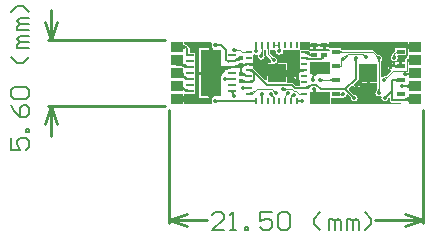
<source format=gtl>
%FSLAX42Y42*%
%MOMM*%
G71*
G01*
G75*
G04 Layer_Physical_Order=1*
G04 Layer_Color=255*
%ADD10C,0.11*%
%ADD11C,0.17*%
%ADD12C,0.14*%
%ADD13C,0.20*%
%ADD14R,1.00X0.82*%
%ADD15R,0.60X0.40*%
%ADD16R,1.70X1.00*%
%ADD17R,0.25X0.50*%
%ADD18R,0.50X0.25*%
%ADD19R,1.50X1.50*%
%ADD20R,0.40X0.40*%
%ADD21R,1.80X4.00*%
%ADD22R,0.70X0.28*%
%ADD23R,0.70X0.40*%
%ADD24C,0.25*%
%ADD25C,0.15*%
%ADD26C,0.35*%
G36*
X5429Y8426D02*
X5427Y8423D01*
X5425Y8412D01*
X5427Y8402D01*
X5431Y8396D01*
X5425Y8385D01*
X5433D01*
Y8175D01*
Y7965D01*
X5425D01*
X5431Y7954D01*
X5427Y7948D01*
X5425Y7938D01*
X5427Y7927D01*
X5429Y7924D01*
X5423Y7913D01*
X5195D01*
Y7942D01*
X5135D01*
Y7968D01*
X5195D01*
Y8001D01*
X5285D01*
Y8049D01*
D01*
Y8049D01*
X5285Y8049D01*
Y8051D01*
X5285D01*
Y8099D01*
D01*
Y8099D01*
X5285Y8099D01*
Y8101D01*
X5285D01*
Y8149D01*
D01*
Y8149D01*
X5285Y8149D01*
Y8151D01*
X5285D01*
Y8199D01*
D01*
Y8199D01*
X5285Y8199D01*
Y8201D01*
X5285D01*
Y8249D01*
D01*
Y8249D01*
X5285Y8249D01*
Y8251D01*
X5285D01*
Y8299D01*
D01*
Y8299D01*
X5285Y8299D01*
Y8301D01*
X5285D01*
Y8349D01*
X5240D01*
Y8382D01*
X5240Y8382D01*
X5239Y8390D01*
X5234Y8397D01*
X5234Y8397D01*
X5221Y8409D01*
X5215Y8414D01*
X5207Y8415D01*
X5207D01*
Y8416D01*
X5196Y8418D01*
X5195Y8419D01*
Y8437D01*
X5423D01*
X5429Y8426D01*
D02*
G37*
G36*
X6763Y8090D02*
X6828D01*
Y8043D01*
X6827D01*
X6825Y8034D01*
X6820Y8026D01*
X6820Y8026D01*
X6814Y8017D01*
X6812Y8006D01*
X6814Y7995D01*
X6820Y7986D01*
X6829Y7980D01*
X6840Y7978D01*
X6851Y7980D01*
X6855Y7983D01*
X6866Y7976D01*
X6863Y7965D01*
X6866Y7954D01*
X6872Y7945D01*
X6881Y7939D01*
X6891Y7937D01*
X6902Y7939D01*
X6911Y7945D01*
X6917Y7954D01*
X6919Y7963D01*
X6926Y7967D01*
X6936Y7967D01*
X6936Y7967D01*
X6936Y7966D01*
Y7945D01*
X6938Y7938D01*
X6942Y7932D01*
X6948Y7928D01*
X6955Y7926D01*
X7033D01*
X7033Y7925D01*
X7033D01*
Y7922D01*
X7024Y7913D01*
X6435D01*
Y7965D01*
X6520D01*
Y7965D01*
X6527Y7969D01*
X6538Y7967D01*
X6549Y7969D01*
X6558Y7975D01*
X6564Y7984D01*
X6565Y7991D01*
X6577Y7995D01*
X6606Y7967D01*
X6605Y7966D01*
D01*
X6605Y7966D01*
Y7966D01*
X6605Y7966D01*
Y7966D01*
X6605Y7966D01*
X6605Y7966D01*
Y7966D01*
D01*
D01*
X6606Y7965D01*
D01*
Y7965D01*
X6606D01*
X6609Y7954D01*
X6615Y7945D01*
X6624Y7939D01*
X6634Y7937D01*
X6645Y7939D01*
X6654Y7945D01*
X6660Y7954D01*
X6663Y7965D01*
X6660Y7975D01*
X6654Y7985D01*
X6645Y7991D01*
X6634Y7993D01*
Y7993D01*
Y7993D01*
D01*
D01*
D01*
D01*
D01*
D01*
Y7993D01*
X6633Y7994D01*
X6633Y7994D01*
D01*
X6633Y7994D01*
X6633Y7994D01*
D01*
D01*
X6633D01*
D01*
D01*
D01*
D01*
D01*
X6633D01*
D01*
X6633Y7994D01*
X6632Y7994D01*
X6592Y8034D01*
Y8046D01*
X6611Y8066D01*
X6629Y8069D01*
X6627Y8080D01*
X6627Y8081D01*
X6638Y8092D01*
X6679D01*
X6681Y8091D01*
X6683Y8080D01*
X6691Y8090D01*
X6737D01*
Y8175D01*
X6763D01*
Y8090D01*
D02*
G37*
G36*
X7085Y8408D02*
X7145D01*
Y8382D01*
X7085D01*
Y8344D01*
X7085Y8344D01*
X7085Y8336D01*
X7085D01*
Y8332D01*
X7079Y8301D01*
D01*
Y8301D01*
Y8301D01*
D01*
X7079Y8301D01*
X7079Y8301D01*
X7073Y8300D01*
X7068Y8296D01*
X7064Y8291D01*
X7063Y8285D01*
Y8265D01*
X7038D01*
Y8235D01*
X7025D01*
Y8222D01*
X6980D01*
Y8240D01*
X6967Y8239D01*
X6968Y8237D01*
X6966Y8226D01*
X6964Y8225D01*
X6952D01*
Y8213D01*
X6950Y8211D01*
X6940Y8209D01*
X6942Y8196D01*
X6898Y8152D01*
X6897Y8152D01*
X6897Y8152D01*
X6897Y8152D01*
X6889Y8148D01*
X6888Y8148D01*
X6878Y8146D01*
X6870Y8141D01*
X6859Y8147D01*
Y8271D01*
X6860D01*
X6860Y8272D01*
X6863Y8280D01*
X6863Y8280D01*
X6869Y8289D01*
X6871Y8300D01*
X6869Y8311D01*
X6863Y8320D01*
X6854Y8326D01*
X6843Y8328D01*
X6843Y8328D01*
X6835Y8331D01*
X6834Y8332D01*
X6834Y8332D01*
X6834Y8332D01*
X6800Y8366D01*
X6795Y8370D01*
X6788Y8371D01*
X6525D01*
X6525Y8371D01*
X6525D01*
Y8371D01*
X6520Y8372D01*
Y8385D01*
X6430D01*
Y8385D01*
X6429D01*
X6420Y8394D01*
Y8397D01*
X6393D01*
Y8380D01*
X6420D01*
Y8380D01*
X6421D01*
X6430Y8371D01*
Y8360D01*
X6420D01*
Y8360D01*
X6340D01*
D01*
D01*
X6340Y8360D01*
X6335Y8360D01*
Y8360D01*
D01*
X6255D01*
X6253Y8362D01*
X6252Y8363D01*
X6251Y8364D01*
X6252Y8364D01*
X6249Y8366D01*
X6248Y8367D01*
X6248Y8367D01*
X6245Y8370D01*
Y8373D01*
X6241D01*
X6238Y8374D01*
X6225Y8377D01*
X6223Y8376D01*
X6222Y8376D01*
Y8376D01*
X6213Y8374D01*
X6211Y8373D01*
X6211Y8373D01*
X6210Y8373D01*
X6175D01*
Y8328D01*
X6175Y8328D01*
X6175Y8322D01*
X6175D01*
Y8281D01*
X6175Y8281D01*
X6175D01*
X6175Y8277D01*
Y8272D01*
D01*
D01*
D01*
X6175D01*
D01*
Y8231D01*
X6175Y8231D01*
X6175D01*
X6175Y8227D01*
Y8222D01*
D01*
D01*
D01*
X6175D01*
D01*
Y8213D01*
X6210D01*
Y8187D01*
X6175D01*
Y8183D01*
X6164Y8177D01*
X6162Y8178D01*
Y8153D01*
Y8129D01*
X6160Y8127D01*
X6169Y8125D01*
X6175Y8119D01*
Y8077D01*
X6175Y8078D01*
X6175Y8072D01*
D01*
X6175Y8069D01*
X6139D01*
X6121Y8087D01*
X6115Y8091D01*
X6113Y8091D01*
X6107Y8092D01*
X6061D01*
Y8160D01*
X5891D01*
Y8118D01*
X5879Y8114D01*
X5797Y8196D01*
X5797Y8196D01*
D01*
X5796Y8198D01*
X5796Y8198D01*
X5796Y8198D01*
X5796Y8198D01*
X5792Y8200D01*
X5786Y8207D01*
X5786Y8207D01*
X5785Y8208D01*
X5779Y8213D01*
X5775Y8216D01*
Y8222D01*
D01*
Y8222D01*
X5775Y8222D01*
Y8227D01*
X5775D01*
Y8237D01*
X5740D01*
Y8263D01*
X5775D01*
Y8272D01*
D01*
Y8272D01*
X5775Y8272D01*
Y8277D01*
X5775D01*
Y8322D01*
D01*
Y8322D01*
X5775Y8322D01*
Y8328D01*
X5775D01*
Y8329D01*
X5786Y8334D01*
X5788Y8333D01*
X5799Y8331D01*
X5810Y8333D01*
X5810Y8334D01*
X5821Y8327D01*
X5819Y8318D01*
X5821Y8308D01*
X5827Y8299D01*
X5836Y8293D01*
X5847Y8290D01*
X5858Y8293D01*
X5867Y8299D01*
X5873Y8308D01*
X5875Y8318D01*
X5873Y8329D01*
X5867Y8338D01*
X5867Y8339D01*
X5867Y8340D01*
X5867Y8340D01*
X5867Y8340D01*
X5866Y8341D01*
Y8351D01*
X5867Y8355D01*
X5866D01*
Y8375D01*
X5873Y8375D01*
D01*
D01*
X5877D01*
D01*
X5884Y8375D01*
Y8339D01*
X5885Y8333D01*
X5889Y8328D01*
X5922Y8295D01*
X5922Y8295D01*
X5921Y8294D01*
X5922Y8294D01*
X5925Y8286D01*
X5925Y8285D01*
X5927Y8275D01*
X5931Y8269D01*
X5925Y8258D01*
X5891D01*
Y8185D01*
X5963D01*
Y8258D01*
X5981D01*
X5975Y8269D01*
X5979Y8275D01*
X5981Y8285D01*
X5979Y8296D01*
X5973Y8305D01*
X5964Y8311D01*
X5953Y8314D01*
X5953Y8313D01*
X5945Y8317D01*
X5944Y8318D01*
X5944Y8317D01*
X5944Y8317D01*
X5916Y8345D01*
Y8375D01*
X5922Y8375D01*
D01*
D01*
X5928D01*
Y8375D01*
X5965D01*
X5973Y8365D01*
X5972Y8359D01*
X5974Y8348D01*
X5980Y8339D01*
X5989Y8333D01*
X6000Y8331D01*
X6011Y8333D01*
X6020Y8339D01*
X6026Y8348D01*
X6028Y8359D01*
X6026Y8370D01*
D01*
X6027Y8375D01*
X6028Y8375D01*
D01*
D01*
X6028Y8375D01*
X6072D01*
Y8375D01*
X6072D01*
X6072Y8375D01*
X6077D01*
Y8375D01*
X6122D01*
Y8375D01*
X6122D01*
X6122Y8375D01*
X6128D01*
Y8375D01*
X6172D01*
Y8437D01*
X6255D01*
Y8423D01*
X6295D01*
Y8410D01*
X6308D01*
Y8380D01*
X6335D01*
Y8380D01*
X6335D01*
X6335Y8380D01*
X6340Y8380D01*
Y8380D01*
D01*
X6367D01*
Y8410D01*
X6380D01*
Y8423D01*
X6420D01*
Y8437D01*
X7085D01*
Y8408D01*
D02*
G37*
%LPC*%
G36*
X6061Y8258D02*
X5988D01*
Y8185D01*
X6061D01*
Y8258D01*
D02*
G37*
G36*
X6137Y8141D02*
X6125D01*
X6130Y8134D01*
X6137Y8129D01*
Y8141D01*
D02*
G37*
G36*
Y8178D02*
X6130Y8173D01*
X6125Y8166D01*
X6137D01*
Y8178D01*
D02*
G37*
G36*
X5407Y8162D02*
X5320D01*
Y7965D01*
X5407D01*
Y8162D01*
D02*
G37*
G36*
X6642Y8067D02*
X6630D01*
X6635Y8060D01*
X6642Y8055D01*
Y8067D01*
D02*
G37*
G36*
X6679D02*
X6667D01*
Y8055D01*
X6675Y8060D01*
X6679Y8067D01*
D02*
G37*
G36*
X6952Y8262D02*
Y8250D01*
X6964D01*
X6960Y8257D01*
X6952Y8262D01*
D02*
G37*
G36*
X7070Y8385D02*
X6980D01*
Y8367D01*
X6979Y8366D01*
X6968Y8355D01*
X6965Y8353D01*
X6966Y8353D01*
X6961Y8348D01*
X6958Y8343D01*
X6956Y8337D01*
Y8335D01*
X6956D01*
X6956Y8334D01*
X6953Y8326D01*
X6952Y8326D01*
X6946Y8317D01*
X6944Y8306D01*
X6946Y8295D01*
X6952Y8286D01*
X6962Y8280D01*
X6972Y8278D01*
X6983Y8280D01*
X6992Y8286D01*
X6998Y8295D01*
X7000Y8306D01*
X6998Y8317D01*
X7003Y8325D01*
X7070D01*
Y8385D01*
D02*
G37*
G36*
X6282Y8397D02*
X6255D01*
Y8380D01*
X6282D01*
Y8397D01*
D02*
G37*
G36*
X6927Y8262D02*
X6920Y8257D01*
X6915Y8250D01*
X6927D01*
Y8262D01*
D02*
G37*
G36*
X5407Y8385D02*
X5320D01*
Y8188D01*
X5407D01*
Y8385D01*
D02*
G37*
G36*
X6927Y8225D02*
X6915D01*
X6920Y8217D01*
X6927Y8213D01*
Y8225D01*
D02*
G37*
G36*
X7012Y8265D02*
X6980D01*
Y8248D01*
X7012D01*
Y8265D01*
D02*
G37*
%LPD*%
D10*
X6118Y7979D02*
G03*
X6100Y7972I-1J-24D01*
G01*
X6100Y7972D02*
G03*
X6107Y7990I-17J17D01*
G01*
X6722Y8308D02*
G03*
X6713Y8329I-29J0D01*
G01*
X6713Y8329D02*
G03*
X6734Y8320I20J20D01*
G01*
X6303Y8033D02*
G03*
X6294Y8013I20J-20D01*
G01*
D02*
G03*
X6286Y8033I-29J0D01*
G01*
X5960Y8004D02*
G03*
X5951Y8024I-29J0D01*
G01*
X5951Y8024D02*
G03*
X5972Y8016I20J20D01*
G01*
X5992Y8368D02*
G03*
X6000Y8388I-20J20D01*
G01*
D02*
G03*
X6008Y8368I29J0D01*
G01*
X5839Y8327D02*
G03*
X5850Y8355I-28J28D01*
G01*
Y8340D02*
G03*
X5856Y8327I19J0D01*
G01*
X7044Y8073D02*
G03*
X7065Y8065I20J20D01*
G01*
D02*
G03*
X7044Y8057I0J-29D01*
G01*
X5941Y8285D02*
G03*
X5933Y8306I-29J0D01*
G01*
X5933Y8306D02*
G03*
X5953Y8297I20J20D01*
G01*
X7091Y8175D02*
G03*
X7062Y8163I0J-41D01*
G01*
X7118Y8175D02*
G03*
X7070Y8155I0J-68D01*
G01*
X6888Y8132D02*
G03*
X6909Y8141I0J29D01*
G01*
X6909Y8141D02*
G03*
X6900Y8120I20J-20D01*
G01*
X5790Y8368D02*
G03*
X5800Y8391I-23J23D01*
G01*
Y8385D02*
G03*
X5807Y8368I25J0D01*
G01*
X6540Y8310D02*
G03*
X6574Y8324I0J47D01*
G01*
X6540Y8286D02*
G03*
X6520Y8278I0J-29D01*
G01*
X6520Y8278D02*
G03*
X6529Y8298I-20J20D01*
G01*
X6041Y8045D02*
G03*
X6055Y8039I14J14D01*
G01*
X6068D02*
G03*
X6041Y8028I0J-38D01*
G01*
X6181Y7932D02*
G03*
X6161Y7940I-20J-20D01*
G01*
D02*
G03*
X6181Y7949I0J29D01*
G01*
X6832Y8015D02*
G03*
X6843Y8043I-28J28D01*
G01*
Y8027D02*
G03*
X6849Y8015I18J0D01*
G01*
X5858Y7987D02*
G03*
X5850Y7966I20J-20D01*
G01*
D02*
G03*
X5842Y7987I-29J0D01*
G01*
X5600Y8006D02*
G03*
X5614Y7982I28J0D01*
G01*
X5600Y8025D02*
G03*
X5619Y7991I39J0D01*
G01*
X5627Y8375D02*
G03*
X5647Y8367I20J20D01*
G01*
D02*
G03*
X5627Y8358I0J-29D01*
G01*
X5548Y8134D02*
G03*
X5570Y8125I22J22D01*
G01*
X5568D02*
G03*
X5548Y8117I0J-27D01*
G01*
X6964Y8314D02*
G03*
X6972Y8335I-20J20D01*
G01*
D02*
G03*
X6981Y8314I29J0D01*
G01*
X6852Y8292D02*
G03*
X6843Y8271I20J-20D01*
G01*
D02*
G03*
X6835Y8292I-29J0D01*
G01*
X6831Y8300D02*
G03*
X6823Y8321I-29J0D01*
G01*
X6823Y8321D02*
G03*
X6843Y8312I20J20D01*
G01*
X6273Y8124D02*
G03*
X6281Y8144I-20J20D01*
G01*
D02*
G03*
X6290Y8124I29J0D01*
G01*
X5698Y8058D02*
G03*
X5717Y8050I19J19D01*
G01*
X5720D02*
G03*
X5698Y8041I0J-31D01*
G01*
X6076Y7994D02*
G03*
X6055Y7986I0J-29D01*
G01*
X6055Y7986D02*
G03*
X6064Y8006I-20J20D01*
G01*
X6529Y7987D02*
G03*
X6509Y7995I-20J-20D01*
G01*
D02*
G03*
X6529Y8003I0J29D01*
G01*
X6356Y8123D02*
G03*
X6376Y8115I20J20D01*
G01*
D02*
G03*
X6356Y8107I0J-29D01*
G01*
X5938Y7995D02*
G03*
X5946Y7974I29J0D01*
G01*
X5946Y7974D02*
G03*
X5926Y7983I-20J-20D01*
G01*
X7009Y8352D02*
G03*
X6977Y8342I-7J-35D01*
G01*
X6500Y8005D02*
G03*
X6525Y7995I25J25D01*
G01*
D02*
G03*
X6500Y7985I0J-35D01*
G01*
X6450Y8105D02*
G03*
X6425Y8115I-25J-25D01*
G01*
D02*
G03*
X6450Y8125I0J35D01*
G01*
X6502Y8243D02*
G03*
X6518Y8235I16J11D01*
G01*
D02*
G03*
X6502Y8227I0J-19D01*
G01*
X6500Y8365D02*
G03*
X6525Y8355I25J25D01*
G01*
D02*
G03*
X6500Y8345I0J-35D01*
G01*
X5573Y8119D02*
G03*
X5558Y8125I-15J-15D01*
G01*
D02*
G03*
X5573Y8131I0J21D01*
G01*
X5606Y8019D02*
G03*
X5600Y8004I15J-15D01*
G01*
D02*
G03*
X5594Y8019I-21J0D01*
G01*
X5723Y8345D02*
G03*
X5711Y8350I-12J-12D01*
G01*
D02*
G03*
X5723Y8355I0J17D01*
G01*
Y8045D02*
G03*
X5711Y8050I-12J-12D01*
G01*
D02*
G03*
X5723Y8055I0J17D01*
G01*
X5758Y8004D02*
G03*
X5767Y8000I9J8D01*
G01*
D02*
G03*
X5758Y7996I0J-12D01*
G01*
X5752Y7996D02*
G03*
X5771Y8004I0J26D01*
G01*
X5752Y8007D02*
G03*
X5790Y8022I0J53D01*
G01*
X5845Y7957D02*
G03*
X5850Y7969I-12J12D01*
G01*
D02*
G03*
X5855Y7957I17J0D01*
G01*
X5945D02*
G03*
X5950Y7969I-12J12D01*
G01*
D02*
G03*
X5955Y7957I17J0D01*
G01*
X6045D02*
G03*
X6050Y7969I-12J12D01*
G01*
D02*
G03*
X6055Y7957I17J0D01*
G01*
X6095D02*
G03*
X6100Y7969I-12J12D01*
G01*
D02*
G03*
X6105Y7957I17J0D01*
G01*
X6155Y7945D02*
G03*
X6167Y7940I12J12D01*
G01*
X6167D02*
G03*
X6155Y7935I0J-17D01*
G01*
X6193Y7995D02*
G03*
X6181Y8000I-12J-12D01*
G01*
D02*
G03*
X6193Y8005I0J17D01*
G01*
X5995Y8405D02*
G03*
X5983Y8410I-12J-12D01*
G01*
D02*
G03*
X5995Y8415I0J17D01*
G01*
X6005Y8393D02*
G03*
X6000Y8381I12J-12D01*
G01*
D02*
G03*
X5995Y8393I-17J0D01*
G01*
X5955Y8415D02*
G03*
X5967Y8410I12J12D01*
G01*
D02*
G03*
X5955Y8405I0J-17D01*
G01*
X5905Y8393D02*
G03*
X5900Y8381I12J-12D01*
G01*
D02*
G03*
X5895Y8393I-17J0D01*
G01*
X5855D02*
G03*
X5850Y8381I12J-12D01*
G01*
D02*
G03*
X5845Y8393I-17J0D01*
G01*
X5805D02*
G03*
X5800Y8381I12J-12D01*
G01*
D02*
G03*
X5795Y8393I-17J0D01*
G01*
X6309Y8204D02*
G03*
X6281Y8162I18J-42D01*
G01*
X6314Y8194D02*
G03*
X6281Y8146I20J-49D01*
G01*
X6318Y8184D02*
G03*
X6281Y8129I23J-55D01*
G01*
X6322Y8174D02*
G03*
X6281Y8113I26J-61D01*
G01*
Y8164D02*
G03*
X6274Y8184I-27J0D01*
G01*
X6282Y7990D02*
G03*
X6294Y8017I-25J27D01*
G01*
X6275Y7998D02*
G03*
X6294Y8042I-40J44D01*
G01*
Y8026D02*
G03*
X6316Y7997I31J0D01*
G01*
X6294Y8042D02*
G03*
X6319Y8007I36J0D01*
G01*
X7104Y8269D02*
G03*
X7079Y8285I-25J-12D01*
G01*
D02*
G03*
X7104Y8301I0J28D01*
G01*
X7119Y8047D02*
G03*
X7077Y8065I-42J-42D01*
G01*
X7111Y8040D02*
G03*
X7050Y8065I-61J-61D01*
G01*
X7077D02*
G03*
X7119Y8082I0J60D01*
G01*
X7050Y8065D02*
G03*
X7111Y8090I0J86D01*
G01*
X5950Y8410D02*
X6000D01*
X5950Y7940D02*
Y7971D01*
X5926Y7995D02*
X5950Y7971D01*
X6347Y8115D02*
X6475D01*
Y7995D02*
X6538D01*
X6050Y7980D02*
X6076Y8006D01*
X6050Y7940D02*
Y7980D01*
X5690Y8050D02*
X5740D01*
X5690Y8049D02*
X5690Y8050D01*
X6281Y8215D02*
X6340D01*
X6972Y8306D02*
Y8337D01*
X6990Y8355D01*
X7025D01*
X5540Y8125D02*
X5600D01*
X5540Y8125D02*
X5540Y8125D01*
X5618Y8367D02*
X5664D01*
X5681Y8350D01*
X5740D01*
X5600Y7994D02*
Y8025D01*
Y7994D02*
X5613Y7981D01*
X5850Y7940D02*
Y7995D01*
X6100Y7940D02*
Y7972D01*
X6119Y7991D01*
X6840Y8006D02*
X6843Y8009D01*
Y8300D01*
X6150Y7940D02*
Y7940D01*
X6033Y8037D02*
X6035Y8039D01*
X6475Y8235D02*
X6518D01*
X6584Y8334D02*
X6708D01*
X6540Y8298D02*
X6544Y8294D01*
X6518Y8275D02*
X6540Y8298D01*
X6518Y8235D02*
Y8275D01*
X5800Y8360D02*
Y8410D01*
X5799Y8359D02*
X5800Y8360D01*
X6888Y8120D02*
X6965Y8197D01*
X7079D01*
Y8285D01*
X7145D01*
X7073Y8175D02*
X7145D01*
X7061Y8164D02*
X7073Y8175D01*
X5900Y8339D02*
X5953Y8285D01*
X5900Y8339D02*
Y8410D01*
X7036Y8065D02*
X7145D01*
X5847Y8318D02*
X5850Y8321D01*
Y8410D01*
X6000Y8359D02*
Y8410D01*
X5740Y8000D02*
X5767D01*
X5806Y8039D01*
X5936D01*
X5972Y8004D01*
X6294Y7965D02*
X6340D01*
X6150Y7940D02*
X6190D01*
X6544Y8294D02*
X6584Y8334D01*
X6281Y8115D02*
Y8215D01*
X6294Y7965D02*
Y8042D01*
X6708Y8334D02*
X6734Y8308D01*
X6788Y8355D02*
X6843Y8300D01*
X6475Y8355D02*
X6788D01*
X6167Y8000D02*
X6210D01*
X6141Y8026D02*
X6167Y8000D01*
X6121Y8026D02*
X6141D01*
X6035Y8039D02*
X6108D01*
X6121Y8026D01*
D11*
X6625Y7965D02*
G03*
X6619Y7980I-22J0D01*
G01*
D02*
G03*
X6634Y7974I15J15D01*
G01*
X6140Y8152D02*
G03*
X6132Y8166I-21J-4D01*
G01*
D02*
G03*
X6148Y8162I12J18D01*
G01*
X6655Y8089D02*
G03*
X6670Y8095I0J22D01*
G01*
D02*
G03*
X6664Y8080I15J-15D01*
G01*
X6931Y8237D02*
G03*
X6924Y8253I-22J0D01*
G01*
D02*
G03*
X6940Y8246I15J15D01*
G01*
X6931Y8237D02*
G03*
X6912Y8283I-64J0D01*
G01*
X6947Y8242D02*
G03*
X6960Y8235I12J7D01*
G01*
X6946Y8244D02*
G03*
X6967Y8235I21J21D01*
G01*
X6651Y8294D02*
G03*
X6645Y8278I15J-15D01*
G01*
D02*
G03*
X6639Y8294I-22J0D01*
G01*
X6891Y7974D02*
G03*
X6907Y7980I0J22D01*
G01*
D02*
G03*
X6900Y7965I15J-15D01*
G01*
X7002Y8227D02*
G03*
X6982Y8235I-20J-20D01*
G01*
D02*
G03*
X7002Y8243I0J28D01*
G01*
Y8107D02*
G03*
X6982Y8115I-20J-20D01*
G01*
D02*
G03*
X7002Y8123I0J28D01*
G01*
X6743Y8126D02*
G03*
X6679Y8104I-10J-76D01*
G01*
X6741Y8109D02*
G03*
X6655Y8080I-14J-102D01*
G01*
X6679Y8104D02*
G03*
X6701Y8168I-54J54D01*
G01*
X6655Y8080D02*
G03*
X6684Y8166I-73J73D01*
G01*
X6313Y8418D02*
G03*
X6333Y8410I20J20D01*
G01*
X6333D02*
G03*
X6313Y8402I0J-28D01*
G01*
X5683Y8248D02*
G03*
X5702Y8240I19J19D01*
G01*
D02*
G03*
X5683Y8232I0J-27D01*
G01*
X5671Y8236D02*
G03*
X5699Y8237I13J16D01*
G01*
X5682Y8249D02*
G03*
X5712Y8250I14J17D01*
G01*
X5683Y8232D02*
G03*
X5675Y8212I20J-20D01*
G01*
X5675Y8212D02*
G03*
X5667Y8232I-28J0D01*
G01*
X5652Y8225D02*
G03*
X5679Y8236I0J38D01*
G01*
X5611Y8225D02*
G03*
X5667Y8248I0J79D01*
G01*
X5478Y8233D02*
G03*
X5496Y8225I18J18D01*
G01*
X5507D02*
G03*
X5433Y8171I0J-78D01*
G01*
X5530Y8225D02*
G03*
X5449Y8166I0J-85D01*
G01*
X5553Y8225D02*
G03*
X5465Y8161I0J-93D01*
G01*
X5577Y8225D02*
G03*
X5481Y8155I0J-100D01*
G01*
X5600Y8225D02*
G03*
X5498Y8150I0J-107D01*
G01*
X5444Y7987D02*
G03*
X5420Y7955I10J-32D01*
G01*
D02*
G03*
X5396Y7987I-33J0D01*
G01*
X5684Y8112D02*
G03*
X5702Y8100I23J16D01*
G01*
X5702Y8100D02*
G03*
X5682Y8096I-5J-27D01*
G01*
X5685Y8111D02*
G03*
X5703Y8100I18J10D01*
G01*
X5683Y8113D02*
G03*
X5715Y8100I32J32D01*
G01*
X5684Y8172D02*
G03*
X5700Y8165I16J13D01*
G01*
D02*
G03*
X5684Y8158I0J-21D01*
G01*
X5698Y8167D02*
G03*
X5672Y8170I-14J-14D01*
G01*
X5712Y8153D02*
G03*
X5681Y8155I-17J-17D01*
G01*
X5704Y8161D02*
G03*
X5674Y8170I-24J-24D01*
G01*
X5667Y8173D02*
G03*
X5675Y8193I-20J20D01*
G01*
D02*
G03*
X5683Y8173I28J0D01*
G01*
X5992Y8181D02*
G03*
X5879Y8250I-113J-58D01*
G01*
X5977Y8173D02*
G03*
X5851Y8250I-126J-65D01*
G01*
X5962Y8166D02*
G03*
X5824Y8250I-138J-71D01*
G01*
X5947Y8158D02*
G03*
X5796Y8250I-151J-78D01*
G01*
X5932Y8150D02*
G03*
X5768Y8250I-164J-84D01*
G01*
X5917Y8142D02*
G03*
X5740Y8250I-177J-91D01*
G01*
X5929Y8188D02*
G03*
X5918Y8230I-40J13D01*
G01*
X5912Y8193D02*
G03*
X5898Y8250I-54J17D01*
G01*
X5918Y8230D02*
G03*
X5961Y8220I30J30D01*
G01*
X5898Y8250D02*
G03*
X5956Y8236I40J40D01*
G01*
X6013Y8205D02*
G03*
X6085Y8173I72J62D01*
G01*
X6026Y8216D02*
G03*
X6122Y8173I96J84D01*
G01*
X6085D02*
G03*
X6013Y8140I0J-95D01*
G01*
X6122Y8173D02*
G03*
X6026Y8129I0J-128D01*
G01*
X5726Y8246D02*
G03*
X5705Y8242I-8J-17D01*
G01*
X5772Y8193D02*
G03*
X5754Y8196I-11J-11D01*
G01*
X5782Y8184D02*
G03*
X5752Y8196I-30J-30D01*
G01*
X5706Y8159D02*
G03*
X5726Y8154I14J14D01*
G01*
X5753Y8104D02*
G03*
X5784Y8115I3J39D01*
G01*
X6222Y8054D02*
G03*
X6257Y8068I0J49D01*
G01*
X6398Y8418D02*
G03*
X6418Y8410I20J20D01*
G01*
X6418D02*
G03*
X6398Y8402I0J-28D01*
G01*
X6362Y8402D02*
G03*
X6342Y8410I-20J-20D01*
G01*
X6342D02*
G03*
X6362Y8418I0J28D01*
G01*
X7125Y8384D02*
G03*
X7062Y8410I-63J-63D01*
G01*
X7113Y8372D02*
G03*
X7021Y8410I-92J-92D01*
G01*
X7093D02*
G03*
X7113Y8418I0J28D01*
G01*
Y7932D02*
G03*
X7081Y7945I-32J-32D01*
G01*
X7074D02*
G03*
X7125Y7966I0J72D01*
G01*
X7033Y7945D02*
G03*
X7113Y7978I0J113D01*
G01*
X5167D02*
G03*
X5223Y7955I56J56D01*
G01*
D02*
G03*
X5167Y7932I0J-79D01*
G01*
X6295Y8410D02*
X6340D01*
X6385Y8410D01*
X5898Y8250D02*
X5976Y8173D01*
X5740Y8250D02*
X5898D01*
X5715Y8150D02*
X5740D01*
X5700Y8165D02*
X5715Y8150D01*
X5675Y8165D02*
X5700D01*
X5712Y8250D02*
X5740D01*
X5702Y8240D02*
X5712Y8250D01*
X5675Y8240D02*
X5702D01*
X5675Y8165D02*
Y8202D01*
X5675Y8240D01*
X5660Y8225D02*
X5675Y8240D01*
X5600Y8225D02*
X5660D01*
X5420Y8175D02*
Y8225D01*
Y7955D02*
Y8175D01*
X5135Y7955D02*
X5420D01*
X5768Y8100D02*
X5784Y8115D01*
X5740Y8100D02*
X5768D01*
X5675Y8105D02*
X5703Y8100D01*
X5740D01*
X6210Y8050D02*
X6239D01*
X6267Y8078D02*
X6312D01*
X6645Y8126D02*
Y8300D01*
X6960Y8235D02*
X7025D01*
X6914Y8263D02*
X6940Y8237D01*
X6149Y8200D02*
X6210D01*
X6122Y8173D02*
X6149Y8200D01*
X5976Y8173D02*
X6122D01*
X5740Y8200D02*
X5766D01*
X5892Y8074D02*
X6107D01*
X6198Y8050D02*
X6210D01*
X6655Y8080D02*
X6750Y8175D01*
X6122Y8173D02*
X6149Y8153D01*
X6239Y8050D02*
X6267Y8078D01*
X5420Y8225D02*
X5600D01*
X6914Y8280D02*
X6960Y8235D01*
X6914Y8263D02*
Y8280D01*
X5784Y8182D02*
X5892Y8074D01*
X5766Y8200D02*
X5784Y8182D01*
Y8115D02*
Y8182D01*
X6559Y8040D02*
X6634Y7965D01*
X6559Y8040D02*
X6645Y8126D01*
X6385Y8410D02*
X6785D01*
X6785Y8410D01*
X7130D01*
X7145Y8395D01*
X6914Y8280D02*
Y8410D01*
X6891Y7965D02*
X6953Y8027D01*
X7135Y7945D02*
X7145Y7955D01*
X6312Y8078D02*
X6350Y8040D01*
X6559D01*
X6559Y8040D01*
X6107Y8074D02*
X6131Y8050D01*
X6198D01*
Y8050D02*
Y8050D01*
X6955Y8115D02*
X7025D01*
X6955Y7945D02*
X7135D01*
X6955D02*
Y8115D01*
D12*
X5461Y8420D02*
G03*
X5479Y8412I18J18D01*
G01*
D02*
G03*
X5461Y8405I0J-25D01*
G01*
Y7945D02*
G03*
X5479Y7938I18J18D01*
G01*
D02*
G03*
X5461Y7930I0J-25D01*
G01*
X6274Y8323D02*
G03*
X6261Y8330I-13J-9D01*
G01*
D02*
G03*
X6274Y8337I0J16D01*
G01*
X5665Y8292D02*
G03*
X5649Y8300I-16J-12D01*
G01*
D02*
G03*
X5665Y8308I0J20D01*
G01*
X5675Y8301D02*
G03*
X5633Y8285I-2J-56D01*
G01*
X5676Y8301D02*
G03*
X5647Y8298I-13J-18D01*
G01*
X5667Y8289D02*
G03*
X5635Y8287I-14J-20D01*
G01*
X5621Y8282D02*
G03*
X5637Y8289I0J23D01*
G01*
X5556Y8282D02*
G03*
X5575Y8281I10J10D01*
G01*
X5574Y8270D02*
G03*
X5563Y8275I-11J-11D01*
G01*
D02*
G03*
X5574Y8280I0J16D01*
G01*
X5781Y7938D02*
G03*
X5796Y7944I0J22D01*
G01*
X6228Y8300D02*
G03*
X6238Y8291I10J1D01*
G01*
X6226Y8304D02*
G03*
X6259Y8291I32J32D01*
G01*
X6226Y8304D02*
G03*
X6236Y8300I9J9D01*
G01*
D02*
G03*
X6226Y8296I0J-13D01*
G01*
X6236Y8355D02*
G03*
X6219Y8358I-11J-11D01*
G01*
X6250Y8341D02*
G03*
X6225Y8345I-15J-15D01*
G01*
X6239Y8352D02*
G03*
X6222Y8359I-17J-17D01*
G01*
X6263Y8328D02*
G03*
X6222Y8345I-41J-41D01*
G01*
X6226Y8354D02*
G03*
X6236Y8350I9J9D01*
G01*
D02*
G03*
X6226Y8346I0J-13D01*
G01*
X6374Y8318D02*
G03*
X6365Y8305I4J-12D01*
G01*
Y8310D02*
G03*
X6361Y8321I-15J0D01*
G01*
X6360Y8300D02*
G03*
X6360Y8321I-11J11D01*
G01*
X5649Y8300D02*
X5675D01*
X5624Y8275D02*
X5649Y8300D01*
X5600Y8275D02*
X5624D01*
X6365Y8330D02*
X6385D01*
X6350Y8291D02*
X6365Y8306D01*
X6238Y8291D02*
X6350D01*
X6210Y8300D02*
X6238D01*
X6261Y8330D02*
X6295D01*
X6241Y8350D02*
X6261Y8330D01*
X6210Y8350D02*
X6241D01*
X5800Y7938D02*
Y7940D01*
X5453Y8412D02*
X5504D01*
X5547Y8369D01*
Y8290D02*
Y8369D01*
Y8290D02*
X5563Y8275D01*
X5600D01*
X5453Y7938D02*
X5800D01*
X6238Y8291D02*
Y8300D01*
X6365Y8306D02*
Y8330D01*
D13*
X5191Y8041D02*
G03*
X5219Y8029I28J28D01*
G01*
X5216Y8123D02*
G03*
X5182Y8141I-34J-23D01*
G01*
X5216Y8222D02*
G03*
X5174Y8240I-42J-42D01*
G01*
X5169Y8414D02*
G03*
X5207Y8395I38J29D01*
G01*
D02*
G03*
X5169Y8376I0J-48D01*
G01*
X5146Y8256D02*
G03*
X5135Y8240I6J-16D01*
G01*
D02*
G03*
X5124Y8256I-17J0D01*
G01*
X5148Y8254D02*
G03*
X5135Y8239I2J-15D01*
G01*
Y8239D02*
G03*
X5125Y8260I-27J0D01*
G01*
X5191Y8040D02*
G03*
X5146Y8054I-36J-36D01*
G01*
X5220Y8325D02*
X5240D01*
X5207Y8395D02*
X5220Y8382D01*
X5135Y8395D02*
X5207D01*
X5220Y8225D02*
X5240D01*
X5205Y8240D02*
X5220Y8225D01*
X5135Y8240D02*
Y8285D01*
X5220Y8125D02*
X5240D01*
X5204Y8141D02*
X5220Y8125D01*
X5182Y8141D02*
X5204D01*
X5135Y8175D02*
X5182D01*
X5206Y8025D02*
X5240D01*
X5166Y8065D02*
X5206Y8025D01*
X5135Y8065D02*
X5166D01*
X5220Y8325D02*
Y8382D01*
X5135Y8240D02*
X5205D01*
X5182Y8141D02*
Y8175D01*
D14*
X5135Y7955D02*
D03*
Y8065D02*
D03*
Y8175D02*
D03*
Y8285D02*
D03*
Y8395D02*
D03*
X7145Y7955D02*
D03*
Y8065D02*
D03*
Y8175D02*
D03*
Y8285D02*
D03*
Y8395D02*
D03*
D15*
X6380Y8410D02*
D03*
Y8330D02*
D03*
X6295Y8410D02*
D03*
Y8330D02*
D03*
D16*
X6340Y7965D02*
D03*
Y8215D02*
D03*
D17*
X5800Y8410D02*
D03*
X5850D02*
D03*
X5900D02*
D03*
X5950D02*
D03*
X6000D02*
D03*
X6050D02*
D03*
X6100D02*
D03*
X6150D02*
D03*
Y7940D02*
D03*
X6100D02*
D03*
X6050D02*
D03*
X6000D02*
D03*
X5950D02*
D03*
X5900D02*
D03*
X5850D02*
D03*
X5800D02*
D03*
D18*
X6210Y8350D02*
D03*
Y8300D02*
D03*
Y8250D02*
D03*
Y8200D02*
D03*
Y8150D02*
D03*
Y8100D02*
D03*
Y8050D02*
D03*
Y8000D02*
D03*
X5740D02*
D03*
Y8050D02*
D03*
Y8100D02*
D03*
Y8150D02*
D03*
Y8200D02*
D03*
Y8250D02*
D03*
Y8300D02*
D03*
Y8350D02*
D03*
D19*
X5976Y8173D02*
D03*
X6750Y8175D02*
D03*
D20*
X5675Y8165D02*
D03*
Y8105D02*
D03*
X5675Y8300D02*
D03*
Y8240D02*
D03*
D21*
X5420Y8175D02*
D03*
D22*
X5240Y8325D02*
D03*
Y8275D02*
D03*
Y8225D02*
D03*
Y8175D02*
D03*
Y8125D02*
D03*
Y8075D02*
D03*
Y8025D02*
D03*
X5600D02*
D03*
Y8075D02*
D03*
Y8125D02*
D03*
Y8175D02*
D03*
Y8225D02*
D03*
Y8275D02*
D03*
Y8325D02*
D03*
D23*
X6475Y8355D02*
D03*
Y8235D02*
D03*
Y8115D02*
D03*
Y7995D02*
D03*
X7025D02*
D03*
Y8115D02*
D03*
Y8235D02*
D03*
Y8355D02*
D03*
D24*
X4039Y8455D02*
X5032D01*
X4039Y7895D02*
X5032D01*
X4064Y7641D02*
Y7895D01*
Y8455D02*
Y8709D01*
X4013Y7743D02*
X4064Y7895D01*
X4115Y7743D01*
X4064Y8455D02*
X4115Y8607D01*
X4013D02*
X4064Y8455D01*
X7215Y6909D02*
Y7862D01*
X5065Y6909D02*
Y7862D01*
X6813Y6934D02*
X7215D01*
X5065D02*
X5386D01*
X7063Y6985D02*
X7215Y6934D01*
X7063Y6883D02*
X7215Y6934D01*
X5065D02*
X5217Y6883D01*
X5065Y6934D02*
X5217Y6985D01*
D25*
X3729Y7627D02*
Y7525D01*
X3805D01*
X3780Y7576D01*
Y7601D01*
X3805Y7627D01*
X3856D01*
X3881Y7601D01*
Y7550D01*
X3856Y7525D01*
X3881Y7677D02*
X3856D01*
Y7703D01*
X3881D01*
Y7677D01*
X3729Y7906D02*
X3754Y7855D01*
X3805Y7804D01*
X3856D01*
X3881Y7830D01*
Y7880D01*
X3856Y7906D01*
X3830D01*
X3805Y7880D01*
Y7804D01*
X3754Y7957D02*
X3729Y7982D01*
Y8033D01*
X3754Y8058D01*
X3856D01*
X3881Y8033D01*
Y7982D01*
X3856Y7957D01*
X3754D01*
X3881Y8312D02*
X3830Y8261D01*
X3780D01*
X3729Y8312D01*
X3881Y8388D02*
X3780D01*
Y8414D01*
X3805Y8439D01*
X3881D01*
X3805D01*
X3780Y8464D01*
X3805Y8490D01*
X3881D01*
Y8541D02*
X3780D01*
Y8566D01*
X3805Y8591D01*
X3881D01*
X3805D01*
X3780Y8617D01*
X3805Y8642D01*
X3881D01*
Y8693D02*
X3830Y8744D01*
X3780D01*
X3729Y8693D01*
X5528Y6843D02*
X5426D01*
X5528Y6944D01*
Y6970D01*
X5503Y6995D01*
X5452D01*
X5426Y6970D01*
X5579Y6843D02*
X5630D01*
X5604D01*
Y6995D01*
X5579Y6970D01*
X5706Y6843D02*
Y6868D01*
X5731D01*
Y6843D01*
X5706D01*
X5934Y6995D02*
X5833D01*
Y6919D01*
X5884Y6944D01*
X5909D01*
X5934Y6919D01*
Y6868D01*
X5909Y6843D01*
X5858D01*
X5833Y6868D01*
X5985Y6970D02*
X6010Y6995D01*
X6061D01*
X6087Y6970D01*
Y6868D01*
X6061Y6843D01*
X6010D01*
X5985Y6868D01*
Y6970D01*
X6341Y6843D02*
X6290Y6894D01*
Y6944D01*
X6341Y6995D01*
X6417Y6843D02*
Y6944D01*
X6442D01*
X6468Y6919D01*
Y6843D01*
Y6919D01*
X6493Y6944D01*
X6518Y6919D01*
Y6843D01*
X6569D02*
Y6944D01*
X6594D01*
X6620Y6919D01*
Y6843D01*
Y6919D01*
X6645Y6944D01*
X6671Y6919D01*
Y6843D01*
X6721D02*
X6772Y6894D01*
Y6944D01*
X6721Y6995D01*
D26*
X6891Y7965D02*
D03*
X5926Y7995D02*
D03*
X6347Y8115D02*
D03*
X6538Y7995D02*
D03*
X6076Y8006D02*
D03*
X5690Y8049D02*
D03*
X6281Y8115D02*
D03*
X6645Y8300D02*
D03*
X6843Y8300D02*
D03*
X6972Y8306D02*
D03*
X6940Y8237D02*
D03*
X5540Y8125D02*
D03*
X5618Y8367D02*
D03*
X5613Y7981D02*
D03*
X5850Y7995D02*
D03*
X6655Y8080D02*
D03*
X6149Y8153D02*
D03*
X6840Y8006D02*
D03*
X6190Y7940D02*
D03*
X6033Y8037D02*
D03*
X6540Y8298D02*
D03*
X5799Y8359D02*
D03*
X6888Y8120D02*
D03*
X5453Y7938D02*
D03*
Y8412D02*
D03*
X7061Y8164D02*
D03*
X5953Y8285D02*
D03*
X7036Y8065D02*
D03*
X5847Y8318D02*
D03*
X6634Y7965D02*
D03*
X6000Y8359D02*
D03*
X5972Y8004D02*
D03*
X6294Y8042D02*
D03*
X6734Y8308D02*
D03*
X6119Y7991D02*
D03*
M02*

</source>
